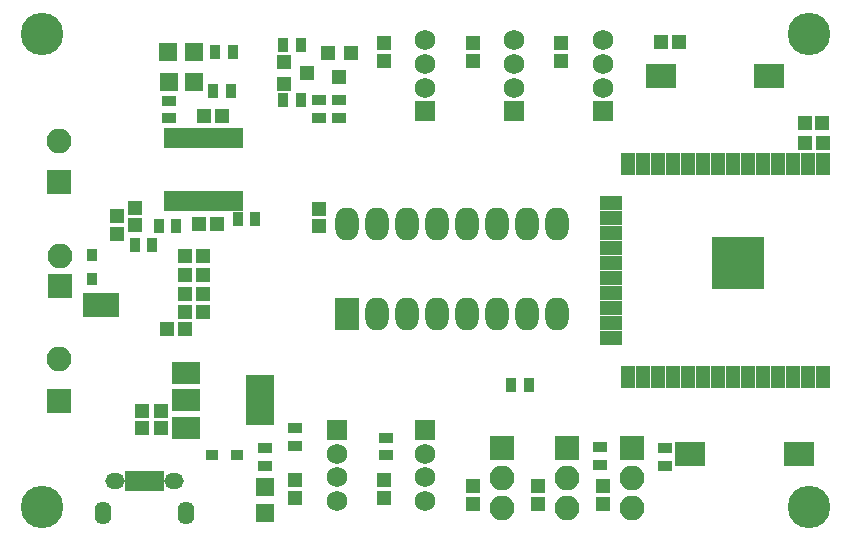
<source format=gts>
G04 #@! TF.FileFunction,Soldermask,Top*
%FSLAX46Y46*%
G04 Gerber Fmt 4.6, Leading zero omitted, Abs format (unit mm)*
G04 Created by KiCad (PCBNEW 4.0.7) date 06/10/18 23:59:59*
%MOMM*%
%LPD*%
G01*
G04 APERTURE LIST*
%ADD10C,0.100000*%
%ADD11C,0.127000*%
%ADD12R,1.150000X1.200000*%
%ADD13R,1.299160X1.898600*%
%ADD14R,1.898600X1.299160*%
%ADD15R,4.400000X4.400000*%
%ADD16C,3.600000*%
%ADD17R,1.750000X1.750000*%
%ADD18C,1.750000*%
%ADD19R,2.100000X2.100000*%
%ADD20O,2.100000X2.100000*%
%ADD21R,2.000000X2.800000*%
%ADD22O,2.000000X2.800000*%
%ADD23R,2.580000X2.000000*%
%ADD24R,1.200000X1.150000*%
%ADD25R,1.000000X0.850000*%
%ADD26R,1.200000X1.300000*%
%ADD27R,1.300000X1.200000*%
%ADD28R,1.300000X0.900000*%
%ADD29R,0.900000X1.300000*%
%ADD30R,0.800000X1.750000*%
%ADD31O,1.650000X1.350000*%
%ADD32O,1.400000X1.950000*%
%ADD33R,0.850000X1.000000*%
%ADD34R,1.600000X1.600000*%
%ADD35R,2.400000X4.200000*%
%ADD36R,2.400000X1.900000*%
%ADD37R,0.806400X1.670000*%
%ADD38R,1.568400X2.000200*%
G04 APERTURE END LIST*
D10*
D11*
X107423800Y-106314400D02*
X107576200Y-106314400D01*
X107576200Y-106314400D02*
X107576200Y-104485600D01*
X107576200Y-104485600D02*
X107423800Y-104485600D01*
X107423800Y-104485600D02*
X107423800Y-106314400D01*
D12*
X131500000Y-83250000D03*
X131500000Y-84750000D03*
D13*
X168698740Y-93500780D03*
X167428740Y-93500780D03*
X166158740Y-93500780D03*
X164888740Y-93500780D03*
X163618740Y-93500780D03*
X162348740Y-93500780D03*
X161078740Y-93500780D03*
X159811280Y-93500780D03*
X158541280Y-93500780D03*
X157271280Y-93500780D03*
X156001280Y-93500780D03*
X154731280Y-93500780D03*
X153461280Y-93500780D03*
X152191280Y-93500780D03*
D14*
X150700300Y-96785000D03*
X150700300Y-98055000D03*
X150700300Y-99325000D03*
X150700300Y-100595000D03*
X150700300Y-101865000D03*
X150700300Y-103135000D03*
X150700300Y-104405000D03*
X150700300Y-105675000D03*
X150700300Y-106945000D03*
X150700300Y-108215000D03*
D13*
X152191280Y-111499220D03*
X153461280Y-111499220D03*
X154731280Y-111499220D03*
X156001280Y-111499220D03*
X157271280Y-111499220D03*
X158541280Y-111499220D03*
X159811280Y-111499220D03*
X161078740Y-111499220D03*
X162348740Y-111499220D03*
X163618740Y-111499220D03*
X164888740Y-111499220D03*
X166158740Y-111499220D03*
X167428740Y-111499220D03*
X168698740Y-111499220D03*
D15*
X161500000Y-101865000D03*
D16*
X167500000Y-82500000D03*
X102500000Y-82500000D03*
D17*
X135000000Y-116000000D03*
D18*
X135000000Y-118000000D03*
X135000000Y-120000000D03*
X135000000Y-122000000D03*
D17*
X127500000Y-116000000D03*
D18*
X127500000Y-118000000D03*
X127500000Y-120000000D03*
X127500000Y-122000000D03*
D19*
X104064000Y-103791000D03*
D20*
X104064000Y-101251000D03*
D21*
X128400000Y-106200000D03*
D22*
X146180000Y-98580000D03*
X130940000Y-106200000D03*
X143640000Y-98580000D03*
X133480000Y-106200000D03*
X141100000Y-98580000D03*
X136020000Y-106200000D03*
X138560000Y-98580000D03*
X138560000Y-106200000D03*
X136020000Y-98580000D03*
X141100000Y-106200000D03*
X133480000Y-98580000D03*
X143640000Y-106200000D03*
X130940000Y-98580000D03*
X146180000Y-106200000D03*
X128400000Y-98580000D03*
D19*
X152500000Y-117500000D03*
D20*
X152500000Y-120040000D03*
X152500000Y-122580000D03*
D19*
X141500000Y-117500000D03*
D20*
X141500000Y-120040000D03*
X141500000Y-122580000D03*
D23*
X154910000Y-86000000D03*
X164090000Y-86000000D03*
D12*
X111000000Y-115850000D03*
X111000000Y-114350000D03*
D24*
X113150000Y-107400000D03*
X114650000Y-107400000D03*
X116150000Y-104500000D03*
X114650000Y-104500000D03*
D25*
X116950000Y-118100000D03*
X119050000Y-118100000D03*
D26*
X128670800Y-84088200D03*
X126770800Y-84088200D03*
X127720800Y-86088200D03*
D27*
X122987000Y-84824000D03*
X122987000Y-86724000D03*
X124987000Y-85774000D03*
D28*
X127670000Y-89572000D03*
X127670000Y-88072000D03*
D29*
X122983000Y-83361000D03*
X124483000Y-83361000D03*
X122983000Y-88060000D03*
X124483000Y-88060000D03*
D28*
X126019000Y-89572000D03*
X126019000Y-88072000D03*
D23*
X157410000Y-118000000D03*
X166590000Y-118000000D03*
D12*
X112600000Y-115850000D03*
X112600000Y-114350000D03*
D24*
X116150000Y-106000000D03*
X114650000Y-106000000D03*
X167100000Y-90000000D03*
X168600000Y-90000000D03*
X167150000Y-91700000D03*
X168650000Y-91700000D03*
X154950000Y-83150000D03*
X156450000Y-83150000D03*
D12*
X139000000Y-120750000D03*
X139000000Y-122250000D03*
D16*
X102500000Y-122500000D03*
X167500000Y-122500000D03*
D28*
X124000000Y-117350000D03*
X124000000Y-115850000D03*
X131700000Y-118150000D03*
X131700000Y-116650000D03*
D12*
X150000000Y-120750000D03*
X150000000Y-122250000D03*
D24*
X114650000Y-102900000D03*
X116150000Y-102900000D03*
X114650000Y-101300000D03*
X116150000Y-101300000D03*
D12*
X126000000Y-97250000D03*
X126000000Y-98750000D03*
D28*
X121400000Y-117550000D03*
X121400000Y-119050000D03*
D19*
X104000000Y-95000000D03*
D20*
X104000000Y-91500000D03*
D19*
X104000000Y-113500000D03*
D20*
X104000000Y-110000000D03*
D30*
X109900000Y-120350000D03*
X110550000Y-120350000D03*
X111200000Y-120350000D03*
X111850000Y-120350000D03*
X112500000Y-120350000D03*
D31*
X108700000Y-120350000D03*
X113700000Y-120350000D03*
D32*
X107700000Y-123050000D03*
X114700000Y-123050000D03*
D17*
X150000000Y-89000000D03*
D18*
X150000000Y-87000000D03*
X150000000Y-85000000D03*
X150000000Y-83000000D03*
D17*
X142500000Y-89000000D03*
D18*
X142500000Y-87000000D03*
X142500000Y-85000000D03*
X142500000Y-83000000D03*
D17*
X135000000Y-89000000D03*
D18*
X135000000Y-87000000D03*
X135000000Y-85000000D03*
X135000000Y-83000000D03*
D29*
X119112600Y-98094800D03*
X120612600Y-98094800D03*
X117029800Y-87249000D03*
X118529800Y-87249000D03*
X142250000Y-112150000D03*
X143750000Y-112150000D03*
D28*
X155300000Y-117500000D03*
X155300000Y-119000000D03*
D12*
X108864400Y-97903600D03*
X108864400Y-99403600D03*
D33*
X106800000Y-103250000D03*
X106800000Y-101150000D03*
D34*
X121400000Y-120800000D03*
X121400000Y-123000000D03*
D35*
X121006000Y-113492000D03*
D36*
X114706000Y-113492000D03*
X114706000Y-115792000D03*
X114706000Y-111192000D03*
D24*
X117346160Y-98572320D03*
X115846160Y-98572320D03*
D12*
X110439200Y-97167000D03*
X110439200Y-98667000D03*
D24*
X116293200Y-89408000D03*
X117793200Y-89408000D03*
D34*
X113200000Y-84010500D03*
X115400000Y-84010500D03*
X113250800Y-86537800D03*
X115450800Y-86537800D03*
D29*
X113907000Y-98704400D03*
X112407000Y-98704400D03*
X111875000Y-100330000D03*
X110375000Y-100330000D03*
X118669500Y-84010500D03*
X117169500Y-84010500D03*
D28*
X113258600Y-89599200D03*
X113258600Y-88099200D03*
D37*
X119110760Y-91231720D03*
X118475760Y-91231720D03*
X117815360Y-91231720D03*
X117154960Y-91231720D03*
X116519960Y-91231720D03*
X115859560Y-91231720D03*
X115199160Y-91231720D03*
X114564160Y-91231720D03*
X113903760Y-91231720D03*
X113268760Y-91231720D03*
X113268760Y-96565720D03*
X113903760Y-96565720D03*
X114564160Y-96565720D03*
X115199160Y-96565720D03*
X115859560Y-96565720D03*
X116519960Y-96565720D03*
X117154960Y-96565720D03*
X117815360Y-96565720D03*
X118475760Y-96565720D03*
X119110760Y-96565720D03*
D12*
X139000000Y-83250000D03*
X139000000Y-84750000D03*
X146500000Y-83250000D03*
X146500000Y-84750000D03*
X131500000Y-121750000D03*
X131500000Y-120250000D03*
X124000000Y-121750000D03*
X124000000Y-120250000D03*
X144500000Y-122250000D03*
X144500000Y-120750000D03*
D28*
X149800000Y-118950000D03*
X149800000Y-117450000D03*
D19*
X147000000Y-117500000D03*
D20*
X147000000Y-120040000D03*
X147000000Y-122580000D03*
D38*
X106738000Y-105400000D03*
X108262000Y-105400000D03*
M02*

</source>
